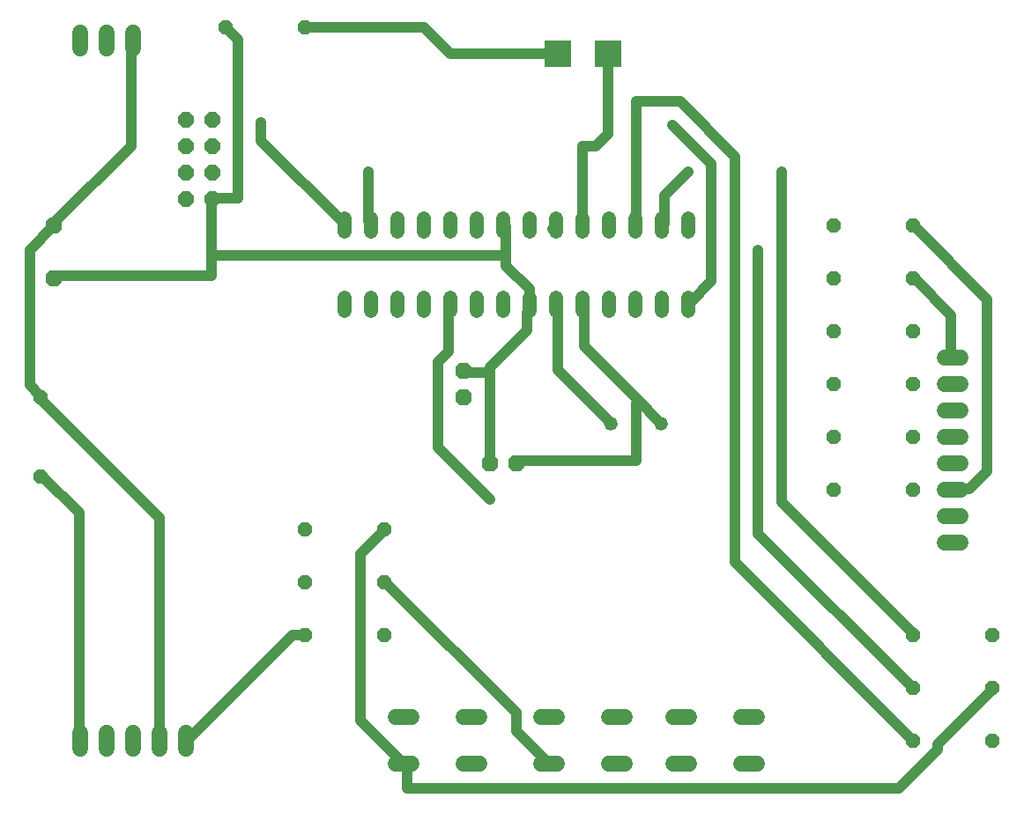
<source format=gbr>
G04 EAGLE Gerber RS-274X export*
G75*
%MOMM*%
%FSLAX34Y34*%
%LPD*%
%INBottom Copper*%
%IPPOS*%
%AMOC8*
5,1,8,0,0,1.08239X$1,22.5*%
G01*
%ADD10C,1.320800*%
%ADD11P,1.429621X8X292.500000*%
%ADD12C,1.320800*%
%ADD13P,1.732040X8X292.500000*%
%ADD14P,1.732040X8X22.500000*%
%ADD15P,1.649562X8X112.500000*%
%ADD16C,1.524000*%
%ADD17R,2.600000X2.600000*%
%ADD18P,1.429621X8X22.500000*%
%ADD19C,1.016000*%
%ADD20C,0.756400*%


D10*
X342900Y475996D02*
X342900Y489204D01*
X368300Y489204D02*
X368300Y475996D01*
X393700Y475996D02*
X393700Y489204D01*
X419100Y489204D02*
X419100Y475996D01*
X444500Y475996D02*
X444500Y489204D01*
X469900Y489204D02*
X469900Y475996D01*
X495300Y475996D02*
X495300Y489204D01*
X520700Y489204D02*
X520700Y475996D01*
X546100Y475996D02*
X546100Y489204D01*
X571500Y489204D02*
X571500Y475996D01*
X596900Y475996D02*
X596900Y489204D01*
X622300Y489204D02*
X622300Y475996D01*
X647700Y475996D02*
X647700Y489204D01*
X673100Y489204D02*
X673100Y475996D01*
X673100Y552196D02*
X673100Y565404D01*
X647700Y565404D02*
X647700Y552196D01*
X622300Y552196D02*
X622300Y565404D01*
X596900Y565404D02*
X596900Y552196D01*
X571500Y552196D02*
X571500Y565404D01*
X546100Y565404D02*
X546100Y552196D01*
X520700Y552196D02*
X520700Y565404D01*
X495300Y565404D02*
X495300Y552196D01*
X469900Y552196D02*
X469900Y565404D01*
X444500Y565404D02*
X444500Y552196D01*
X419100Y552196D02*
X419100Y565404D01*
X393700Y565404D02*
X393700Y552196D01*
X368300Y552196D02*
X368300Y565404D01*
X342900Y565404D02*
X342900Y552196D01*
D11*
X50800Y393700D03*
X50800Y317500D03*
D12*
X598170Y368300D03*
X646430Y368300D03*
D13*
X457200Y419100D03*
X457200Y393700D03*
D14*
X482600Y330200D03*
X508000Y330200D03*
D13*
X63500Y558800D03*
X63500Y508000D03*
D15*
X190500Y584200D03*
X190500Y609600D03*
X190500Y635000D03*
X190500Y660400D03*
X215900Y584200D03*
X215900Y609600D03*
X215900Y635000D03*
X215900Y660400D03*
D16*
X919480Y254000D02*
X934720Y254000D01*
X934720Y279400D02*
X919480Y279400D01*
X919480Y304800D02*
X934720Y304800D01*
X934720Y330200D02*
X919480Y330200D01*
X919480Y355600D02*
X934720Y355600D01*
X934720Y381000D02*
X919480Y381000D01*
X919480Y406400D02*
X934720Y406400D01*
X934720Y431800D02*
X919480Y431800D01*
D17*
X596000Y723900D03*
X547000Y723900D03*
D18*
X228600Y749300D03*
X304800Y749300D03*
X812800Y558800D03*
X889000Y558800D03*
X812800Y508000D03*
X889000Y508000D03*
X812800Y457200D03*
X889000Y457200D03*
X812800Y406400D03*
X889000Y406400D03*
X812800Y355600D03*
X889000Y355600D03*
X812800Y304800D03*
X889000Y304800D03*
D16*
X88900Y728980D02*
X88900Y744220D01*
X114300Y744220D02*
X114300Y728980D01*
X139700Y728980D02*
X139700Y744220D01*
X88900Y71120D02*
X88900Y55880D01*
X114300Y55880D02*
X114300Y71120D01*
X139700Y71120D02*
X139700Y55880D01*
X165100Y55880D02*
X165100Y71120D01*
X190500Y71120D02*
X190500Y55880D01*
D18*
X304800Y266700D03*
X381000Y266700D03*
X304800Y215900D03*
X381000Y215900D03*
X304800Y165100D03*
X381000Y165100D03*
D16*
X391668Y86106D02*
X406908Y86106D01*
X406908Y40894D02*
X391668Y40894D01*
X456692Y86106D02*
X471932Y86106D01*
X471932Y40894D02*
X456692Y40894D01*
X531368Y86106D02*
X546608Y86106D01*
X546608Y40894D02*
X531368Y40894D01*
X596392Y86106D02*
X611632Y86106D01*
X611632Y40894D02*
X596392Y40894D01*
X658368Y86106D02*
X673608Y86106D01*
X673608Y40894D02*
X658368Y40894D01*
X723392Y86106D02*
X738632Y86106D01*
X738632Y40894D02*
X723392Y40894D01*
D18*
X889000Y165100D03*
X965200Y165100D03*
X889000Y114300D03*
X965200Y114300D03*
X889000Y63500D03*
X965200Y63500D03*
D19*
X240000Y585000D02*
X217500Y585000D01*
X240000Y585000D02*
X240000Y737500D01*
X230000Y747500D01*
X217500Y585000D02*
X215900Y584200D01*
X230000Y747500D02*
X228600Y749300D01*
X215000Y510000D02*
X65000Y510000D01*
X215000Y530000D02*
X215000Y580000D01*
X215000Y530000D02*
X215000Y510000D01*
X65000Y510000D02*
X63500Y508000D01*
X215000Y580000D02*
X215900Y584200D01*
X292500Y165000D02*
X192500Y65000D01*
X292500Y165000D02*
X302500Y165000D01*
X192500Y65000D02*
X190500Y63500D01*
X302500Y165000D02*
X304800Y165100D01*
X497500Y520000D02*
X497500Y530000D01*
X497500Y557500D01*
X497500Y520000D02*
X520000Y497500D01*
X520000Y485000D01*
X497500Y557500D02*
X495300Y558800D01*
X520000Y485000D02*
X520700Y482600D01*
X482500Y417500D02*
X457500Y417500D01*
X482500Y417500D02*
X482500Y332500D01*
X457500Y417500D02*
X457200Y419100D01*
X482500Y332500D02*
X482600Y330200D01*
X517500Y475000D02*
X520000Y477500D01*
X517500Y475000D02*
X517500Y457500D01*
X482500Y422500D01*
X520000Y477500D02*
X520700Y482600D01*
X482500Y422500D02*
X482500Y417500D01*
X497500Y530000D02*
X215000Y530000D01*
X50000Y395000D02*
X40000Y405000D01*
X40000Y535000D01*
X62500Y557500D01*
X50000Y395000D02*
X50800Y393700D01*
X62500Y557500D02*
X63500Y558800D01*
X137500Y635000D02*
X137500Y735000D01*
X137500Y635000D02*
X65000Y562500D01*
X137500Y735000D02*
X139700Y736600D01*
X65000Y562500D02*
X63500Y558800D01*
X890000Y557500D02*
X960000Y487500D01*
X960000Y322500D01*
X942500Y305000D01*
X927500Y305000D01*
X890000Y557500D02*
X889000Y558800D01*
X927500Y305000D02*
X927100Y304800D01*
X165000Y277500D02*
X165000Y65000D01*
X165000Y277500D02*
X52500Y390000D01*
X165000Y65000D02*
X165100Y63500D01*
X52500Y390000D02*
X50800Y393700D01*
X542544Y555244D02*
X546100Y558800D01*
X87500Y282500D02*
X52500Y317500D01*
X87500Y282500D02*
X87500Y65000D01*
X52500Y317500D02*
X50800Y317500D01*
X87500Y65000D02*
X88900Y63500D01*
X572500Y442500D02*
X625000Y390000D01*
X645000Y370000D01*
X572500Y442500D02*
X572500Y482500D01*
X645000Y370000D02*
X646430Y368300D01*
X572500Y482500D02*
X571500Y482600D01*
X622500Y332500D02*
X510000Y332500D01*
X622500Y332500D02*
X622500Y387500D01*
X510000Y332500D02*
X508000Y330200D01*
X622500Y387500D02*
X625000Y390000D01*
X597500Y370000D02*
X547500Y420000D01*
X547500Y482500D01*
X597500Y370000D02*
X598170Y368300D01*
X547500Y482500D02*
X546100Y482600D01*
X367500Y560000D02*
X365000Y562500D01*
X365000Y610000D01*
X367500Y560000D02*
X368300Y558800D01*
D20*
X365000Y610000D03*
D19*
X342500Y560000D02*
X262500Y640000D01*
X262500Y657500D01*
X342500Y560000D02*
X342900Y558800D01*
D20*
X262500Y657500D03*
D19*
X444500Y723900D02*
X547000Y723900D01*
X444500Y723900D02*
X419100Y749300D01*
X304800Y749300D01*
X890000Y507500D02*
X925000Y472500D01*
X925000Y432500D01*
X890000Y507500D02*
X889000Y508000D01*
X925000Y432500D02*
X927100Y431800D01*
X442500Y437500D02*
X442500Y482500D01*
X442500Y437500D02*
X432500Y427500D01*
X432500Y345000D01*
X482500Y295000D01*
X444500Y482600D02*
X442500Y482500D01*
D20*
X482500Y295000D03*
D19*
X675000Y485000D02*
X695000Y505000D01*
X695000Y617500D01*
X657500Y655000D01*
X675000Y485000D02*
X673100Y482600D01*
D20*
X657500Y655000D03*
D19*
X596000Y646800D02*
X596000Y723900D01*
X596000Y646800D02*
X584200Y635000D01*
X571500Y635000D01*
X571500Y558800D01*
X740000Y262500D02*
X887500Y115000D01*
X740000Y262500D02*
X740000Y535000D01*
X887500Y115000D02*
X889000Y114300D01*
D20*
X740000Y535000D03*
D19*
X762500Y292500D02*
X887500Y167500D01*
X762500Y292500D02*
X762500Y610000D01*
X672500Y610000D02*
X650000Y587500D01*
X650000Y560000D01*
X887500Y167500D02*
X889000Y165100D01*
X650000Y560000D02*
X647700Y558800D01*
D20*
X762500Y610000D03*
X672500Y610000D03*
D19*
X717500Y235000D02*
X889000Y63500D01*
X717500Y235000D02*
X717500Y625000D01*
X665000Y677500D01*
X622500Y677500D01*
X622500Y560000D01*
X622300Y558800D01*
X382500Y215000D02*
X507500Y90000D01*
X507500Y72500D01*
X537500Y42500D01*
X382500Y215000D02*
X381000Y215900D01*
X537500Y42500D02*
X538988Y40894D01*
X357500Y242500D02*
X380000Y265000D01*
X357500Y242500D02*
X357500Y82500D01*
X397500Y42500D01*
X380000Y265000D02*
X381000Y266700D01*
X397500Y42500D02*
X399288Y40894D01*
X912500Y60000D02*
X965000Y112500D01*
X912500Y60000D02*
X912500Y55000D01*
X875000Y17500D01*
X402500Y17500D01*
X402500Y37500D01*
X965000Y112500D02*
X965200Y114300D01*
X402500Y37500D02*
X399288Y40894D01*
M02*

</source>
